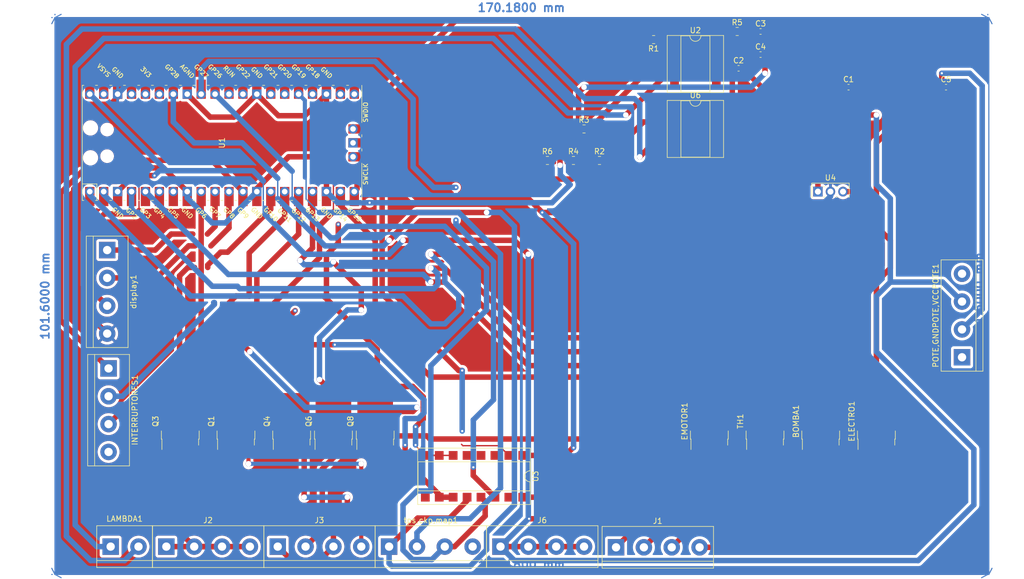
<source format=kicad_pcb>
(kicad_pcb (version 20211014) (generator pcbnew)
  (layers (0 "F.Cu" signal) (31 "B.Cu" signal) (34 "B.Paste" user) (35 "F.Paste" user) (36 "B.SilkS" user "B.Silkscreen") (37 "F.SilkS" user "F.Silkscreen") (38 "B.Mask" user) (39 "F.Mask" user) (44 "Edge.Cuts" user))
  (net 0 "")
  (net 1 "Net-(LAMBDA1-Pad1)")
  (net 2 "Earth")
  (net 3 "Net-(LAMBDA1-Pad2)")
  (net 4 "+12V")
  (net 5 "Net-(J1-Pad2)")
  (net 6 "VBUS")
  (net 7 "Net-(Q1-Pad2)")
  (net 8 "Net-(EMOTOR1-Pad3)")
  (net 9 "Net-(Q4-Pad2)")
  (net 10 "Net-(BOMBA1-Pad3)")
  (net 11 "Net-(ELECTRO1-Pad3)")
  (net 12 "Net-(J2-Pad1)")
  (net 13 "ADC2")
  (net 14 "GP019")
  (net 15 "ADC0")
  (net 17 "Net-(J3-Pad1)")
  (net 18 "Net-(R1-Pad1)")
  (net 19 "Net-(J3-Pad2)")
  (net 20 "Net-(J3-Pad3)")
  (net 21 "Net-(J3-Pad4)")
  (net 22 "gp05")
  (net 23 "Net-(C3-Pad1)")
  (net 24 "Net-(R2-Pad2)")
  (net 25 "GP07")
  (net 26 "gp16")
  (net 27 "Net-(R1-Pad2)")
  (net 28 "gp17")
  (net 29 "gp20")
  (net 30 "Net-(R2-Pad1)")
  (net 32 "Net-(C4-Pad1)")
  (net 33 "Net-(U3-Pad12)")
  (net 34 "Net-(U3-Pad13)")
  (net 36 "GND")
  (net 40 "gp21")
  (net 41 "gp04")
  (net 42 "GP06")
  (net 43 "Net-(Q6-Pad2)")
  (net 44 "Net-(Q8-Pad2)")
  (net 45 "GP02")
  (net 46 "GP03")
  (net 47 "GP00")
  (net 48 "GP014")
  (net 53 "Net-(U1-Pad29)")
  (net 54 "ADC1")
  (net 55 "Net-(U1-Pad35)")
  (net 56 "GP08")
  (net 57 "GP09")
  (net 58 "GP010")
  (footprint "Resistor_SMD:R_0805_2012Metric_Pad1.20x1.40mm_HandSolder" (layer "F.Cu") (at 127 26.88 180)
    (fp_text reference "R1")
    (fp_text value "R")
  )
  (footprint "TerminalBlock:TerminalBlock_bornier-4_P5.08mm" (layer "F.Cu") (at 99.06 119.38)
    (fp_text reference "J6")
    (fp_text value "Vsensores")
  )
  (footprint "Package_TO_SOT_SMD:ATPAK-2" (layer "F.Cu") (at 76.2 96.52 90)
    (fp_text reference "Q8")
    (fp_text value ".")
  )
  (footprint "Package_TO_SOT_SMD:ATPAK-2" (layer "F.Cu") (at 50.8 96.52 90)
    (fp_text reference "Q1")
    (fp_text value ".")
  )
  (footprint "Capacitor_SMD:C_0603_1608Metric" (layer "F.Cu") (at 142.5 32.12)
    (fp_text reference "C2")
    (fp_text value "C")
  )
  (footprint "TerminalBlock:TerminalBlock_bornier-4_P5.08mm" (layer "F.Cu") (at 58.42 119.38)
    (fp_text reference "J3")
    (fp_text value "BANCADA 1")
  )
  (footprint "Package_TO_SOT_SMD:ATPAK-2" (layer "F.Cu") (at 147.32 96.52 90)
    (fp_text reference "TH1")
    (fp_text value ".")
  )
  (footprint "TerminalBlock:TerminalBlock_bornier-4_P5.08mm" (layer "F.Cu") (at 183.261 84.836 90)
    (fp_text reference "POTE,GNDPOTE,VCCPOTE1")
    (fp_text value ".")
  )
  (footprint "Resistor_SMD:R_0805_2012Metric_Pad1.20x1.40mm_HandSolder" (layer "F.Cu") (at 112.37 48.93)
    (fp_text reference "R4")
    (fp_text value "R")
  )
  (footprint "MCU_RaspberryPi_and_Boards:RPi_Pico_SMD_TH" (layer "F.Cu") (at 48.26 45.72 90)
    (fp_text reference "U1")
    (fp_text value "Pico")
  )
  (footprint "Capacitor_SMD:C_0603_1608Metric" (layer "F.Cu") (at 162.56 35.56)
    (fp_text reference "C1")
    (fp_text value "C")
  )
  (footprint "Resistor_SMD:R_0805_2012Metric_Pad1.20x1.40mm_HandSolder" (layer "F.Cu") (at 142.24 25.4)
    (fp_text reference "R5")
    (fp_text value "R")
  )
  (footprint "TerminalBlock:TerminalBlock_bornier-4_P5.08mm" (layer "F.Cu") (at 120.142 119.507)
    (fp_text reference "J1")
    (fp_text value "ACTUADORES")
  )
  (footprint "TerminalBlock:TerminalBlock_bornier-4_P5.08mm" (layer "F.Cu") (at 38.1 119.38)
    (fp_text reference "J2")
    (fp_text value "INYECTORES")
  )
  (footprint "Package_TO_SOT_SMD:ATPAK-2" (layer "F.Cu") (at 40.64 96.52 90)
    (fp_text reference "Q3")
    (fp_text value ".")
  )
  (footprint "Capacitor_SMD:C_0603_1608Metric" (layer "F.Cu") (at 146.51 25.4)
    (fp_text reference "C3")
    (fp_text value "C")
  )
  (footprint "Package_TO_SOT_SMD:ATPAK-2" (layer "F.Cu") (at 60.96 96.52 90)
    (fp_text reference "Q4")
    (fp_text value ".")
  )
  (footprint "Capacitor_SMD:C_0603_1608Metric" (layer "F.Cu") (at 180.34 35.56)
    (fp_text reference "C5")
    (fp_text value "C")
  )
  (footprint "Resistor_SMD:R_0805_2012Metric_Pad1.20x1.40mm_HandSolder" (layer "F.Cu") (at 114.3 43.18)
    (fp_text reference "R3")
    (fp_text value "R")
  )
  (footprint "Resistor_SMD:R_0805_2012Metric_Pad1.20x1.40mm_HandSolder" (layer "F.Cu") (at 107.62 48.93)
    (fp_text reference "R6")
    (fp_text value "R")
  )
  (footprint "Package_TO_SOT_SMD:ATPAK-2" (layer "F.Cu") (at 137.16 96.52 90)
    (fp_text reference "EMOTOR1")
    (fp_text value ".")
  )
  (footprint "TerminalBlock:TerminalBlock_bornier-4_P5.08mm" (layer "F.Cu") (at 27.559 86.868 -90)
    (fp_text reference "INTERRUPTORES1")
    (fp_text value ".")
  )
  (footprint "Package_TO_SOT_SMD:ATPAK-2" (layer "F.Cu") (at 167.64 96.52 90)
    (fp_text reference "ELECTRO1")
    (fp_text value ".")
  )
  (footprint "TerminalBlock:TerminalBlock_bornier-2_P5.08mm" (layer "F.Cu") (at 27.94 119.38)
    (fp_text reference "LAMBDA1")
    (fp_text value "TEMP")
  )
  (footprint "TerminalBlock:TerminalBlock_bornier-4_P5.08mm" (layer "F.Cu") (at 27.305 65.278 -90)
    (fp_text reference "display1")
    (fp_text value ".")
  )
  (footprint "Package_DIP:DIP-8_W7.62mm_SMDSocket_SmallPads" (layer "F.Cu") (at 134.62 31.33)
    (fp_text reference "U2")
    (fp_text value "LM358")
  )
  (footprint "TerminalBlock:TerminalBlock_bornier-4_P5.08mm" (layer "F.Cu") (at 78.74 119.38)
    (fp_text reference "tps,ckp,map1")
    (fp_text value ".")
  )
  (footprint "Package_DIP:DIP-8_W7.62mm_SMDSocket_SmallPads" (layer "F.Cu") (at 134.62 43.18)
    (fp_text reference "U6")
    (fp_text value "LM358")
  )
  (footprint "Package_DIP:DIP-16_W7.62mm_SMDSocket_SmallPads" (layer "F.Cu") (at 94.234 106.553 -90)
    (fp_text reference "U3")
    (fp_text value "CD4053B")
  )
  (footprint "Capacitor_SMD:C_0603_1608Metric" (layer "F.Cu") (at 146.51 29.61)
    (fp_text reference "C4")
    (fp_text value "C")
  )
  (footprint "Package_TO_SOT_THT:SIPAK_Vertical" (layer "F.Cu") (at 156.973 54.616)
    (fp_text reference "U4")
    (fp_text value "L7805")
  )
  (footprint "Package_TO_SOT_SMD:ATPAK-2" (layer "F.Cu") (at 68.58 96.52 90)
    (fp_text reference "Q6")
    (fp_text value ".")
  )
  (footprint "Resistor_SMD:R_0805_2012Metric_Pad1.20x1.40mm_HandSolder" (layer "F.Cu") (at 117.12 48.93)
    (fp_text reference "R2")
    (fp_text value "R")
  )
  (footprint "Package_TO_SOT_SMD:ATPAK-2" (layer "F.Cu") (at 157.48 96.52 90)
    (fp_text reference "BOMBA1")
    (fp_text value ".")
  )
  (dimension (type aligned) (layer "B.Cu") (pts (xy 188.15 124.46) (xy 188.15 22.86)) (height 0) (gr_text "101,6000 mm" (at 186.35 73.66 90) (layer "B.Cu") (effects (font (size 1.5 1.5) (thickness 0.3)))) (format (units 3) (units_format 1) (precision 4)) (style (thickness 0.2) (arrow_length 1.27) (text_position_mode 0) (extension_height 0.58642) (extension_offset 0.5) keep_text_aligned))
  (dimension (type aligned) (layer "B.Cu") (pts (xy 17.78 22.86) (xy 187.96 22.86)) (height 0) (gr_text "170,1800 mm" (at 102.87 21.06) (layer "B.Cu") (effects (font (size 1.5 1.5) (thickness 0.3)))) (format (units 3) (units_format 1) (precision 4)) (style (thickness 0.2) (arrow_length 1.27) (text_position_mode 0) (extension_height 0.58642) (extension_offset 0.5) keep_text_aligned))
  (dimension (type aligned) (layer "B.Cu") (pts (xy 17.78 124.46) (xy 17.78 22.86)) (height 0) (gr_text "101,6000 mm" (at 15.98 73.66 90) (layer "B.Cu") (effects (font (size 1.5 1.5) (thickness 0.3)))) (format (units 3) (units_format 1) (precision 4)) (style (thickness 0.2) (arrow_length 1.27) (text_position_mode 0) (extension_height 0.58642) (extension_offset 0.5) keep_text_aligned))
  (dimension (type aligned) (layer "B.Cu") (pts (xy 17.78 124.46) (xy 187.96 124.46)) (height 0) (gr_text "170,1800 mm" (at 102.87 122.66) (layer "B.Cu") (effects (font (size 1.5 1.5) (thickness 0.3)))) (format (units 3) (units_format 1) (precision 4)) (style (thickness 0.2) (arrow_length 1.27) (text_position_mode 0) (extension_height 0.58642) (extension_offset 0.5) keep_text_aligned))
  (segment (start 130.81 32.6) (end 129.96 32.6) (width 0.25) (layer "F.Cu") (net 1))
  (segment (start 129.96 32.6) (end 121.92 40.64) (width 1) (layer "F.Cu") (net 1))
  (via (at 121.92 40.64) (size 1) (drill 1) (layers "F.Cu" "B.Cu") (net 1))
  (segment (start 97.79 26.67) (end 26.67 26.67) (width 1) (layer "B.Cu") (net 1))
  (segment (start 111.379 40.259) (end 97.79 26.67) (width 1) (layer "B.Cu") (net 1))
  (segment (start 118.355386 40.64) (end 117.974386 40.259) (width 1) (layer "B.Cu") (net 1))
  (segment (start 25.4 119.38) (end 27.94 119.38) (width 1) (layer "B.Cu") (net 1))
  (segment (start 26.67 26.67) (end 21.463 31.877) (width 1) (layer "B.Cu") (net 1))
  (segment (start 121.92 40.64) (end 118.355386 40.64) (width 1) (layer "B.Cu") (net 1))
  (segment (start 21.463 31.877) (end 21.463 115.443) (width 1) (layer "B.Cu") (net 1))
  (segment (start 21.463 115.443) (end 25.4 119.38) (width 1) (layer "B.Cu") (net 1))
  (segment (start 117.974386 40.259) (end 111.379 40.259) (width 1) (layer "B.Cu") (net 1))
  (segment (start 85.344 102.743) (end 83.566 100.965) (width 0.25) (layer "F.Cu") (net 2))
  (segment (start 66.929 73.787) (end 67.31 73.406) (width 1) (layer "F.Cu") (net 2))
  (segment (start 29.21 54.61) (end 33.528 50.292) (width 1) (layer "F.Cu") (net 2))
  (segment (start 163.335 35.56) (end 179.565 35.56) (width 1) (layer "F.Cu") (net 2))
  (segment (start 147.32 33.02) (end 147.32 31.115) (width 1) (layer "F.Cu") (net 2))
  (segment (start 67.31 66.167) (end 69.469 64.008) (width 1) (layer "F.Cu") (net 2))
  (segment (start 84.963 96.139) (end 84.963 92.075) (width 1) (layer "F.Cu") (net 2))
  (segment (start 179.565 33.033) (end 179.565 35.56) (width 1) (layer "F.Cu") (net 2))
  (segment (start 83.058 90.17) (end 77.089 90.17) (width 1) (layer "F.Cu") (net 2))
  (segment (start 111.37 45.11) (end 113.3 43.18) (width 1) (layer "F.Cu") (net 2))
  (segment (start 54.61 54.050978) (end 54.61 54.61) (width 1) (layer "F.Cu") (net 2))
  (segment (start 46.101 41.021) (end 41.91 36.83) (width 1) (layer "F.Cu") (net 2))
  (segment (start 54.61 54.356) (end 54.61 54.61) (width 0.25) (layer "F.Cu") (net 2))
  (segment (start 179.578 33.02) (end 179.565 33.033) (width 0.25) (layer "F.Cu") (net 2))
  (segment (start 69.469 64.008) (end 69.469 60.579) (width 1) (layer "F.Cu") (net 2))
  (segment (start 157.385 29.61) (end 147.285 29.61) (width 1) (layer "F.Cu") (net 2))
  (segment (start 77.089 90.17) (end 76.581 89.662) (width 1) (layer "F.Cu") (net 2))
  (segment (start 50.419 41.021) (end 46.101 41.021) (width 1) (layer "F.Cu") (net 2))
  (segment (start 67.31 73.406) (end 67.31 66.167) (width 1) (layer "F.Cu") (net 2))
  (segment (start 54.61 54.61) (end 60.833 48.387) (width 0.25) (layer "F.Cu") (net 2))
  (segment (start 67.31 48.26) (end 67.31 36.83) (width 1) (layer "F.Cu") (net 2))
  (segment (start 33.528 50.292) (end 37.592 50.292) (width 1) (layer "F.Cu") (net 2))
  (segment (start 147.285 25.4) (end 147.285 29.61) (width 1) (layer "F.Cu") (net 2))
  (segment (start 76.581 83.439) (end 66.929 73.787) (width 1) (layer "F.Cu") (net 2))
  (segment (start 54.61 36.83) (end 50.419 41.021) (width 1) (layer "F.Cu") (net 2))
  (segment (start 67.31 48.26) (end 60.400978 48.26) (width 1) (layer "F.Cu") (net 2))
  (segment (start 147.32 31.115) (end 147.32 29.645) (width 1) (layer "F.Cu") (net 2))
  (segment (start 163.335 35.56) (end 157.385 29.61) (width 1) (layer "F.Cu") (net 2))
  (segment (start 37.592 50.292) (end 41.91 54.61) (width 1) (layer "F.Cu") (net 2))
  (segment (start 142.73 31.115) (end 147.32 31.115) (width 1) (layer "F.Cu") (net 2))
  (segment (start 111.37 48.93) (end 111.37 45.11) (width 1) (layer "F.Cu") (net 2))
  (segment (start 67.31 54.61) (end 67.31 48.26) (width 1) (layer "F.Cu") (net 2))
  (segment (start 109.9195 49.813111) (end 109.9195 46.5605) (width 1) (layer "F.Cu") (net 2))
  (segment (start 83.566 97.536) (end 84.963 96.139) (width 1) (layer "F.Cu") (net 2))
  (segment (start 76.581 89.662) (end 76.581 83.439) (width 1) (layer "F.Cu") (net 2))
  (segment (start 84.963 92.075) (end 83.058 90.17) (width 1) (layer "F.Cu") (net 2))
  (segment (start 113.3 36.56) (end 114.3 35.56) (width 1) (layer "F.Cu") (net 2))
  (segment (start 63.373 40.767) (end 58.547 40.767) (width 1) (layer "F.Cu") (net 2))
  (segment (start 113.3 43.18) (end 113.3 36.56) (width 1) (layer "F.Cu") (net 2))
  (segment (start 58.547 40.767) (end 54.61 36.83) (width 1) (layer "F.Cu") (net 2))
  (segment (start 142.73 31.115) (end 141.725 32.12) (width 1) (layer "F.Cu") (net 2))
  (segment (start 83.566 100.965) (end 83.566 100.838) (width 0.25) (layer "F.Cu") (net 2))
  (segment (start 90.424 102.743) (end 85.344 102.743) (width 0.25) (layer "F.Cu") (net 2))
  (segment (start 85.344 102.743) (end 87.884 102.743) (width 0.25) (layer "F.Cu") (net 2))
  (segment (start 67.31 36.83) (end 63.373 40.767) (width 1) (layer "F.Cu") (net 2))
  (segment (start 60.400978 48.26) (end 54.61 54.050978) (width 1) (layer "F.Cu") (net 2))
  (segment (start 60.833 48.387) (end 61.087 48.387) (width 0.25) (layer "F.Cu") (net 2))
  (segment (start 147.32 29.645) (end 147.285 29.61) (width 1) (layer "F.Cu") (net 2))
  (segment (start 109.9195 46.5605) (end 111.37 45.11) (width 1) (layer "F.Cu") (net 2))
  (via (at 83.566 100.838) (size 0.8) (drill 0.4) (layers "F.Cu" "B.Cu") (net 2))
  (via (at 75.184 56.642) (size 0.8) (drill 0.4) (layers "F.Cu" "B.Cu") (net 2))
  (via (at 114.3 35.56) (size 1) (drill 1) (layers "F.Cu" "B.Cu") (net 2))
  (via (at 147.32 33.02) (size 1) (drill 1) (layers "F.Cu" "B.Cu") (net 2))
  (via (at 179.578 33.02) (size 0.8) (drill 0.4) (layers "F.Cu" "B.Cu") (net 2))
  (via (at 83.566 97.536) (size 0.8) (drill 0.4) (layers "F.Cu" "B.Cu") (net 2))
  (via (at 69.469 60.579) (size 0.8) (drill 0.4) (layers "F.Cu" "B.Cu") (net 2))
  (via (at 109.9195 49.813111) (size 1) (drill 1) (layers "F.Cu" "B.Cu") (net 2))
  (segment (start 69.342 56.642) (end 75.184 56.642) (width 1) (layer "B.Cu") (net 2))
  (segment (start 186.944 76.073) (end 186.944 35.306) (width 1) (layer "B.Cu") (net 2))
  (segment (start 41.91 54.61) (end 41.91 55.753) (width 1) (layer "B.Cu") (net 2))
  (segment (start 114.3 35.56) (end 144.78 35.56) (width 1) (layer "B.Cu") (net 2))
  (segment (start 109.982 51.562) (end 111.76 53.34) (width 1) (layer "B.Cu") (net 2))
  (segment (start 184.658 33.02) (end 179.578 33.02) (width 1) (layer "B.Cu") (net 2))
  (segment (start 41.91 55.753) (end 46.482 60.325) (width 1) (layer "B.Cu") (net 2))
  (segment (start 46.482 60.325) (end 48.895 60.325) (width 1) (layer "B.Cu") (net 2))
  (segment (start 183.261 79.756) (end 186.944 76.073) (width 1) (layer "B.Cu") (net 2))
  (segment (start 48.895 60.325) (end 54.61 54.61) (width 1) (layer "B.Cu") (net 2))
  (segment (start 108.458 56.642) (end 75.184 56.642) (width 1) (layer "B.Cu") (net 2))
  (segment (start 67.31 54.61) (end 69.342 56.642) (width 1) (layer "B.Cu") (net 2))
  (segment (start 111.76 53.34) (end 108.458 56.642) (width 1) (layer "B.Cu") (net 2))
  (segment (start 109.9195 49.813111) (end 109.982 49.875611) (width 1) (layer "B.Cu") (net 2))
  (segment (start 83.566 100.838) (end 83.566 97.536) (width 1) (layer "B.Cu") (net 2))
  (segment (start 109.982 49.875611) (end 109.982 51.562) (width 1) (layer "B.Cu") (net 2))
  (segment (start 186.944 35.306) (end 184.658 33.02) (width 1) (layer "B.Cu") (net 2))
  (segment (start 144.78 35.56) (end 147.32 33.02) (width 1) (layer "B.Cu") (net 2))
  (segment (start 130.81 44.45) (end 128.27 44.45) (width 1) (layer "F.Cu") (net 3))
  (segment (start 128.27 44.45) (end 124.46 48.26) (width 1) (layer "F.Cu") (net 3))
  (via (at 124.46 48.26) (size 1) (drill 1) (layers "F.Cu" "B.Cu") (net 3))
  (segment (start 30.48 121.92) (end 33.02 119.38) (width 1) (layer "B.Cu") (net 3))
  (segment (start 22.673803 24.95048) (end 19.87048 27.753803) (width 1) (layer "B.Cu") (net 3))
  (segment (start 124.46 38.608) (end 123.50248 37.65048) (width 1) (layer "B.Cu") (net 3))
  (segment (start 123.50248 37.65048) (end 119.955094 37.65048) (width 1) (layer "B.Cu") (net 3))
  (segment (start 114.486197 37.65048) (end 101.786197 24.95048) (width 1) (layer "B.Cu") (net 3))
  (segment (start 19.87048 27.753803) (end 19.87048 117.499502) (width 1) (layer "B.Cu") (net 3))
  (segment (start 101.786197 24.95048) (end 22.673803 24.95048) (width 1) (layer "B.Cu") (net 3))
  (segment (start 24.290978 121.92) (end 30.48 121.92) (width 1) (layer "B.Cu") (net 3))
  (segment (start 119.955094 37.65048) (end 114.486197 37.65048) (width 1) (layer "B.Cu") (net 3))
  (segment (start 19.87048 117.499502) (end 24.290978 121.92) (width 1) (layer "B.Cu") (net 3))
  (segment (start 124.46 48.26) (end 124.46 38.608) (width 1) (layer "B.Cu") (net 3))
  (segment (start 167.64 71.12) (end 167.64 88.9) (width 1) (layer "F.Cu") (net 4))
  (segment (start 73.9 100.87) (end 72.09 99.06) (width 1) (layer "F.Cu") (net 4))
  (segment (start 170.18 43.18) (end 167.64 45.72) (width 1) (layer "F.Cu") (net 4))
  (segment (start 64.643 99.06) (end 60.47 99.06) (width 1) (layer "F.Cu") (net 4))
  (segment (start 50.038 99.332) (end 48.5 100.87) (width 1) (layer "F.Cu") (net 4))
  (segment (start 175.26 43.18) (end 170.18 43.18) (width 1) (layer "F.Cu") (net 4))
  (segment (start 58.66 100.87) (end 57.104 99.314) (width 1) (layer "F.Cu") (net 4))
  (segment (start 167.64 60.96) (end 170.18 63.5) (width 1) (layer "F.Cu") (net 4))
  (segment (start 165.1 60.96) (end 167.64 60.96) (width 1) (layer "F.Cu") (net 4))
  (segment (start 68.09 99.06) (end 66.28 100.87) (width 1) (layer "F.Cu") (net 4))
  (segment (start 167.64 88.9) (end 170.18 88.9) (width 1) (layer "F.Cu") (net 4))
  (segment (start 50.038 99.314) (end 50.038 99.332) (width 1) (layer "F.Cu") (net 4))
  (segment (start 172.72 99.06) (end 167.15 99.06) (width 1) (layer "F.Cu") (net 4))
  (segment (start 165.1 60.96) (end 165.1 56.388) (width 1) (layer "F.Cu") (net 4))
  (segment (start 167.64 45.72) (end 167.64 60.96) (width 1) (layer "F.Cu") (net 4))
  (segment (start 167.15 99.06) (end 165.34 100.87) (width 1) (layer "F.Cu") (net 4))
  (segment (start 153.497 99.187) (end 146.703 99.187) (width 1) (layer "F.Cu") (net 4))
  (segment (start 170.18 63.5) (end 170.18 68.58) (width 1) (layer "F.Cu") (net 4))
  (segment (start 172.72 91.44) (end 172.72 99.06) (width 1) (layer "F.Cu") (net 4))
  (segment (start 156.863 99.187) (end 155.18 100.87) (width 1) (layer "F.Cu") (net 4))
  (segment (start 40.277 98.933) (end 38.34 100.87) (width 1) (layer "F.Cu") (net 4))
  (segment (start 170.18 88.9) (end 172.72 91.44) (width 1) (layer "F.Cu") (net 4))
  (segment (start 85.624022 99.187) (end 75.438 99.187) (width 1) (layer "F.Cu") (net 4))
  (segment (start 162.56 63.5) (end 165.1 60.96) (width 1) (layer "F.Cu") (net 4))
  (segment (start 60.47 99.06) (end 58.66 100.87) (width 1) (layer "F.Cu") (net 4))
  (segment (start 175.26 43.18) (end 181.115 37.325) (width 1) (layer "F.Cu") (net 4))
  (segment (start 170.18 68.58) (end 167.64 71.12) (width 1) (layer "F.Cu") (net 4))
  (segment (start 165.1 56.388) (end 163.328 54.616) (width 1) (layer "F.Cu") (net 4))
  (segment (start 145.02 100.87) (end 143.337 99.187) (width 1) (layer "F.Cu") (net 4))
  (segment (start 163.657 99.187) (end 156.863 99.187) (width 1) (layer "F.Cu") (net 4))
  (segment (start 133.735489 99.745489) (end 86.182511 99.745489) (width 1) (layer "F.Cu") (net 4))
  (segment (start 155.18 100.87) (end 153.497 99.187) (width 1) (layer "F.Cu") (net 4))
  (segment (start 163.328 54.616) (end 161.545 54.616) (width 1) (layer "F.Cu") (net 4))
  (segment (start 66.28 100.87) (end 66.28 100.697) (width 0.25) (layer "F.Cu") (net 4))
  (segment (start 86.182511 99.745489) (end 85.624022 99.187) (width 1) (layer "F.Cu") (net 4))
  (segment (start 48.5 100.87) (end 46.563 98.933) (width 1) (layer "F.Cu") (net 4))
  (segment (start 73.9 100.725) (end 73.9 100.87) (width 0.25) (layer "F.Cu") (net 4))
  (segment (start 154.94 63.5) (end 162.56 63.5) (width 1) (layer "F.Cu") (net 4))
  (segment (start 136.543 99.187) (end 134.86 100.87) (width 1) (layer "F.Cu") (net 4))
  (segment (start 66.28 100.697) (end 64.643 99.06) (width 1) (layer "F.Cu") (net 4))
  (segment (start 143.337 99.187) (end 136.543 99.187) (width 1) (layer "F.Cu") (net 4))
  (segment (start 46.563 98.933) (end 40.277 98.933) (width 1) (layer "F.Cu") (net 4))
  (segment (start 146.703 99.187) (end 145.02 100.87) (width 1) (layer "F.Cu") (net 4))
  (segment (start 165.34 100.87) (end 163.657 99.187) (width 1) (layer "F.Cu") (net 4))
  (segment (start 181.115 37.325) (end 181.115 35.56) (width 1) (layer "F.Cu") (net 4))
  (segment (start 75.438 99.187) (end 73.9 100.725) (width 1) (layer "F.Cu") (net 4))
  (segment (start 181.115 35.56) (end 180.78952 35.88548) (width 0.25) (layer "F.Cu") (net 4))
  (segment (start 72.09 99.06) (end 68.09 99.06) (width 1) (layer "F.Cu") (net 4))
  (segment (start 134.86 100.87) (end 133.735489 99.745489) (width 1) (layer "F.Cu") (net 4))
  (segment (start 57.104 99.314) (end 50.038 99.314) (width 1) (layer "F.Cu") (net 4))
  (segment (start 149.62 107.936) (end 149.62 100.87) (width 1) (layer "F.Cu") (net 5))
  (segment (start 145.288 112.268) (end 149.62 107.936) (width 1) (layer "F.Cu") (net 5))
  (segment (start 132.461 112.268) (end 145.288 112.268) (width 1) (layer "F.Cu") (net 5))
  (segment (start 125.222 119.507) (end 132.461 112.268) (width 1) (layer "F.Cu") (net 5))
  (segment (start 160.39 46.6) (end 160.39 46.62) (width 1) (layer "F.Cu") (net 6))
  (segment (start 104.14 66.04) (end 101.6 63.5) (width 1) (layer "F.Cu") (net 6))
  (segment (start 163.81 43.18) (end 160.39 46.6) (width 1) (layer "F.Cu") (net 6))
  (segment (start 106.045 110.363) (end 107.569 111.887) (width 1) (layer "F.Cu") (net 6))
  (segment (start 101.6 63.5) (end 81.28 63.5) (width 1) (layer "F.Cu") (net 6))
  (segment (start 107.569 111.887) (end 107.569 113.03) (width 1) (layer "F.Cu") (net 6))
  (segment (start 165.1 40.64) (end 165.1 43.18) (width 1) (layer "F.Cu") (net 6))
  (segment (start 160.39 46.62) (end 156.973 50.037) (width 1) (layer "F.Cu") (net 6))
  (segment (start 99.06 119.38) (end 109.22 119.38) (width 0.25) (layer "F.Cu") (net 6))
  (segment (start 146.715 35.56) (end 161.785 35.56) (width 1) (layer "F.Cu") (net 6))
  (segment (start 33.115489 52.863511) (end 33.115489 58.070511) (width 0.25) (layer "F.Cu") (net 6))
  (segment (start 34.29 51.689) (end 33.115489 52.863511) (width 1) (layer "F.Cu") (net 6))
  (segment (start 143.275 32.12) (end 146.715 35.56) (width 1) (layer "F.Cu") (net 6))
  (segment (start 165.1 40.64) (end 165.1 38.875) (width 1) (layer "F.Cu") (net 6))
  (segment (start 165.1 40.64) (end 167.64 40.64) (width 1) (layer "F.Cu") (net 6))
  (segment (start 23.495 61.976) (end 23.495 71.628) (width 1) (layer "F.Cu") (net 6))
  (segment (start 103.124 110.363) (end 106.045 110.363) (width 1) (layer "F.Cu") (net 6))
  (segment (start 107.569 113.03) (end 106.299 114.3) (width 1) (layer "F.Cu") (net 6))
  (segment (start 23.495 71.628) (end 27.305 75.438) (width 1) (layer "F.Cu") (net 6))
  (segment (start 26.797 58.674) (end 23.495 61.976) (width 1) (layer "F.Cu") (net 6))
  (segment (start 32.512 58.674) (end 26.797 58.674) (width 1) (layer "F.Cu") (net 6))
  (segment (start 35.941 51.689) (end 34.29 51.689) (width 1) (layer "F.Cu") (net 6))
  (segment (start 99.06 119.38) (end 114.3 119.38) (width 1) (layer "F.Cu") (net 6))
  (segment (start 165.1 43.18) (end 163.81 43.18) (width 1) (layer "F.Cu") (net 6))
  (segment (start 156.973 50.037) (end 156.973 54.616) (width 1) (layer "F.Cu") (net 6))
  (segment (start 165.1 38.875) (end 161.785 35.56) (width 1) (layer "F.Cu") (net 6))
  (segment (start 106.299 114.3) (end 104.267 114.3) (width 1) (layer "F.Cu") (net 6))
  (segment (start 99.06 119.38) (end 104.14 119.38) (width 0.25) (layer "F.Cu") (net 6))
  (segment (start 33.115489 58.070511) (end 32.512 58.674) (width 1) (layer "F.Cu") (net 6))
  (via (at 81.28 63.5) (size 1) (drill 1) (layers "F.Cu" "B.Cu") (net 6))
  (via (at 104.14 66.04) (size 1) (drill 1) (layers "F.Cu" "B.Cu") (net 6))
  (via (at 167.64 40.64) (size 1) (drill 1) (layers "F.Cu" "B.Cu") (net 6))
  (via (at 104.267 114.3) (size 0.8) (drill 0.4) (layers "F.Cu" "B.Cu") (net 6))
  (via (at 35.941 51.689) (size 0.8) (drill 0.4) (layers "F.Cu" "B.Cu") (net 6))
  (segment (start 99.06 119.38) (end 101.6 121.92) (width 1) (layer "B.Cu") (net 6))
  (segment (start 56.134 58.801) (end 56.134 57.658) (width 1) (layer "B.Cu") (net 6))
  (segment (start 167.64 40.64) (end 167.64 53.34) (width 1) (layer "B.Cu") (net 6))
  (segment (start 104.14 66.04) (end 104.14 114.3) (width 1) (layer "B.Cu") (net 6))
  (segment (start 179.705 71.12) (end 170.18 71.12) (width 1) (layer "B.Cu") (net 6))
  (segment (start 183.261 74.676) (end 179.705 71.12) (width 1) (layer "B.Cu") (net 6))
  (segment (start 38.1 50.8) (end 53.899022 50.8) (width 1) (layer "B.Cu") (net 6))
  (segment (start 81.28 63.5) (end 78.74 66.04) (width 1) (layer "B.Cu") (net 6))
  (segment (start 185.42 111.76) (end 185.42 101.6) (width 1) (layer "B.Cu") (net 6))
  (segment (start 175.26 121.92) (end 185.42 111.76) (width 1) (layer "B.Cu") (net 6))
  (segment (start 24.13 36.83) (end 38.1 50.8) (width 1) (layer "B.Cu") (net 6))
  (segment (start 63.373 66.04) (end 56.134 58.801) (width 1) (layer "B.Cu") (net 6))
  (segment (start 78.74 66.04) (end 63.373 66.04) (width 1) (layer "B.Cu") (net 6))
  (segment (start 167.64 73.66) (end 170.18 71.12) (width 1) (layer "B.Cu") (net 6))
  (segment (start 185.42 101.6) (end 167.64 83.82) (width 1) (layer "B.Cu") (net 6))
  (segment (start 167.64 83.82) (end 167.64 73.66) (width 1) (layer "B.Cu") (net 6))
  (segment (start 55.784511 57.308511) (end 56.134 57.658) (width 0.25) (layer "B.Cu") (net 6))
  (segment (start 170.18 71.12) (end 170.18 55.88) (width 1) (layer "B.Cu") (net 6))
  (segment (start 38.1 50.8) (end 36.83 50.8) (width 1) (layer "B.Cu") (net 6))
  (segment (start 36.83 50.8) (end 35.941 51.689) (width 1) (layer "B.Cu") (net 6))
  (segment (start 101.6 121.92) (end 175.26 121.92) (width 1) (layer "B.Cu") (net 6))
  (segment (start 104.14 114.3) (end 99.06 119.38) (width 1) (layer "B.Cu") (net 6))
  (segment (start 170.18 55.88) (end 167.64 53.34) (width 1) (layer "B.Cu") (net 6))
  (segment (start 53.899022 50.8) (end 55.784511 52.685489) (width 1) (layer "B.Cu") (net 6))
  (segment (start 55.784511 52.685489) (end 55.784511 57.308511) (width 0.25) (layer "B.Cu") (net 6))
  (segment (start 53.339641 73.660359) (end 53.213359 73.660359) (width 1) (layer "F.Cu") (net 7))
  (segment (start 53.213359 73.660359) (end 53.213359 65.785641) (width 1) (layer "F.Cu") (net 7))
  (segment (start 53.34 73.66) (end 53.339641 73.660359) (width 1) (layer "F.Cu") (net 7))
  (segment (start 50.8 94.72) (end 50.8 93.98) (width 0.25) (layer "F.Cu") (net 7))
  (segment (start 53.213359 65.785641) (end 59.69 59.309) (width 1) (layer "F.Cu") (net 7))
  (segment (start 46.855009 77.605709) (end 50.800359 73.660359) (width 1) (layer "F.Cu") (net 7))
  (segment (start 53.213359 73.660359) (end 50.800359 73.660359) (width 1) (layer "F.Cu") (net 7))
  (segment (start 46.855009 90.035009) (end 46.855009 77.605709) (width 1) (layer "F.Cu") (net 7))
  (segment (start 59.69 59.309) (end 59.69 54.61) (width 1) (layer "F.Cu") (net 7))
  (segment (start 50.8 93.98) (end 46.855009 90.035009) (width 1) (layer "F.Cu") (net 7))
  (segment (start 137.414 109.601) (end 139.46 107.555) (width 1) (layer "F.Cu") (net 8))
  (segment (start 139.46 107.555) (end 139.46 100.87) (width 1) (layer "F.Cu") (net 8))
  (segment (start 130.048 109.601) (end 137.414 109.601) (width 1) (layer "F.Cu") (net 8))
  (segment (start 120.142 119.507) (end 130.048 109.601) (width 1) (layer "F.Cu") (net 8))
  (segment (start 54.61 74.93) (end 53.34 76.2) (width 1) (layer "F.Cu") (net 9))
  (segment (start 53.34 76.2) (end 53.213 76.2) (width 1) (layer "F.Cu") (net 9))
  (segment (start 62.23 62.357) (end 62.23 54.61) (width 1) (layer "F.Cu") (net 9))
  (segment (start 54.61 69.977) (end 54.61 74.93) (width 1) (layer "F.Cu") (net 9))
  (segment (start 49.657 79.756) (end 49.657 83.693) (width 1) (layer "F.Cu") (net 9))
  (segment (start 53.213 76.2) (end 49.657 79.756) (width 1) (layer "F.Cu") (net 9))
  (segment (start 60.684 94.72) (end 60.96 94.72) (width 1) (layer "F.Cu") (net 9))
  (segment (start 62.23 62.357) (end 54.61 69.977) (width 1) (layer "F.Cu") (net 9))
  (segment (start 49.657 83.693) (end 60.684 94.72) (width 1) (layer "F.Cu") (net 9))
  (segment (start 130.302 119.507) (end 134.493 115.316) (width 1) (layer "F.Cu") (net 10))
  (segment (start 159.004 115.316) (end 159.78 114.54) (width 1) (layer "F.Cu") (net 10))
  (segment (start 159.78 114.54) (end 159.78 100.87) (width 1) (layer "F.Cu") (net 10))
  (segment (start 134.493 115.316) (end 159.004 115.316) (width 1) (layer "F.Cu") (net 10))
  (segment (start 135.382 119.507) (end 168.402 119.507) (width 1) (layer "F.Cu") (net 11))
  (segment (start 169.94 117.969) (end 169.94 100.87) (width 1) (layer "F.Cu") (net 11))
  (segment (start 168.402 119.507) (end 169.94 117.969) (width 1) (layer "F.Cu") (net 11))
  (segment (start 41.47248 102.33752) (end 42.94 100.87) (width 1) (layer "F.Cu") (net 12))
  (segment (start 38.1 119.38) (end 53.34 119.38) (width 1) (layer "F.Cu") (net 12))
  (segment (start 41.47248 117.67248) (end 41.47248 102.33752) (width 1) (layer "F.Cu") (net 12))
  (segment (start 43.18 119.38) (end 41.47248 117.67248) (width 1) (layer "F.Cu") (net 12))
  (segment (start 43.18 119.38) (end 48.26 119.38) (width 1) (layer "F.Cu") (net 12))
  (segment (start 66.04 58.42) (end 63.595489 55.975489) (width 0.25) (layer "B.Cu") (net 14))
  (segment (start 63.595489 55.975489) (end 63.595489 52.292489) (width 0.25) (layer "B.Cu") (net 14))
  (segment (start 99.06 108.712) (end 93.472 114.3) (width 1) (layer "B.Cu") (net 14))
  (segment (start 93.472 114.3) (end 86.36 114.3) (width 1) (layer "B.Cu") (net 14))
  (segment (start 83.82 116.84) (end 83.82 119.38) (width 1) (layer "B.Cu") (net 14))
  (segment (start 91.44 58.42) (end 66.04 58.42) (width 1) (layer "B.Cu") (net 14))
  (segment (start 63.595489 52.292489) (end 63.373 52.07) (width 0.25) (layer "B.Cu") (net 14))
  (segment (start 99.06 66.04) (end 91.44 58.42) (width 1) (layer "B.Cu") (net 14))
  (segment (start 99.06 108.712) (end 99.06 66.04) (width 1) (layer "B.Cu") (net 14))
  (segment (start 62.23 36.83) (end 63.373 37.973) (width 0.75) (layer "B.Cu") (net 14))
  (segment (start 63.373 37.973) (end 63.373 52.07) (width 0.75) (layer "B.Cu") (net 14))
  (segment (start 86.36 114.3) (end 83.82 116.84) (width 1) (layer "B.Cu") (net 14))
  (segment (start 75.692 123.952) (end 62.992 123.952) (width 1) (layer "F.Cu") (net 17))
  (segment (start 76.073 123.571) (end 76.2 123.444) (width 0.25) (layer "F.Cu") (net 17))
  (segment (start 76.073 123.571) (end 75.692 123.952) (width 1) (layer "F.Cu") (net 17))
  (segment (start 76.2 123.444) (end 76.2 103.17) (width 1) (layer "F.Cu") (net 17))
  (segment (start 62.992 123.952) (end 58.42 119.38) (width 1) (layer "F.Cu") (net 17))
  (segment (start 76.2 103.17) (end 78.5 100.87) (width 1) (layer "F.Cu") (net 17))
  (segment (start 132.93 25.4) (end 130.81 27.52) (width 1) (layer "F.Cu") (net 18))
  (segment (start 141.24 25.4) (end 132.93 25.4) (width 1) (layer "F.Cu") (net 18))
  (segment (start 130.81 27.52) (end 128.64 27.52) (width 1) (layer "F.Cu") (net 18))
  (segment (start 128.64 27.52) (end 128 26.88) (width 1) (layer "F.Cu") (net 18))
  (segment (start 66.548 105.202) (end 66.548 116.332) (width 1) (layer "F.Cu") (net 19))
  (segment (start 66.548 116.332) (end 63.5 119.38) (width 1) (layer "F.Cu") (net 19))
  (segment (start 66.548 105.202) (end 70.88 100.87) (width 1) (layer "F.Cu") (net 19))
  (segment (start 68.58 115.824) (end 71.12 113.284) (width 1) (layer "F.Cu") (net 20))
  (segment (start 71.12 113.284) (end 71.12 110.363) (width 1) (layer "F.Cu") (net 20))
  (segment (start 63.246 110.363) (end 63.246 100.884) (width 1) (layer "F.Cu") (net 20))
  (segment (start 66.802 121.158) (end 68.58 119.38) (width 1) (layer "F.Cu") (net 20))
  (segment (start 68.58 119.38) (end 68.58 115.824) (width 1) (layer "F.Cu") (net 20))
  (segment (start 63.246 100.884) (end 63.26 100.87) (width 1) (layer "F.Cu") (net 20))
  (via (at 63.246 110.363) (size 1) (drill 1) (layers "F.Cu" "B.Cu") (net 20))
  (via (at 71.12 110.363) (size 1) (drill 1) (layers "F.Cu" "B.Cu") (net 20))
  (segment (start 71.12 110.363) (end 63.246 110.363) (width 1) (layer "B.Cu") (net 20))
  (segment (start 53.086 104.267) (end 53.086 100.884) (width 0.75) (layer "F.Cu") (net 21))
  (segment (start 73.66 119.38) (end 73.66 104.267) (width 0.75) (layer "F.Cu") (net 21))
  (segment (start 53.086 100.884) (end 53.1 100.87) (width 0.75) (layer "F.Cu") (net 21))
  (via (at 53.086 104.267) (size 1) (drill 1) (layers "F.Cu" "B.Cu") (net 21))
  (via (at 73.66 104.267) (size 1) (drill 1) (layers "F.Cu" "B.Cu") (net 21))
  (segment (start 73.66 104.267) (end 53.086 104.267) (width 0.75) (layer "B.Cu") (net 21))
  (segment (start 91.44 87.249) (end 92.075 87.249) (width 1) (layer "F.Cu") (net 23))
  (segment (start 100.584 102.743) (end 99.187 101.346) (width 0.25) (layer "F.Cu") (net 23))
  (segment (start 143.24 25.4) (end 141.335 23.495) (width 1) (layer "F.Cu") (net 23))
  (segment (start 99.187 101.346) (end 99.187 100.965) (width 0.25) (layer "F.Cu") (net 23))
  (segment (start 99.187 100.965) (end 92.202 100.965) (width 0.25) (layer "F.Cu") (net 23))
  (segment (start 90.805 23.495) (end 78.867 35.433) (width 1) (layer "F.Cu") (net 23))
  (segment (start 78.867 35.433) (end 78.867 42.799) (width 1) (layer "F.Cu") (net 23))
  (segment (start 77.47 73.279) (end 91.44 87.249) (width 1) (layer "F.Cu") (net 23))
  (segment (start 143.24 25.4) (end 145.735 25.4) (width 1) (layer "F.Cu") (net 23))
  (segment (start 78.867 42.799) (end 77.47 44.196) (width 1) (layer "F.Cu") (net 23))
  (segment (start 141.335 23.495) (end 90.805 23.495) (width 1) (layer "F.Cu") (net 23))
  (segment (start 92.202 100.965) (end 91.948 100.711) (width 0.25) (layer "F.Cu") (net 23))
  (segment (start 77.47 44.196) (end 77.47 73.279) (width 1) (layer "F.Cu") (net 23))
  (via (at 92.075 87.249) (size 0.8) (drill 0.4) (layers "F.Cu" "B.Cu") (net 23))
  (via (at 92.075 98.298) (size 0.8) (drill 0.4) (layers "F.Cu" "B.Cu") (net 23))
  (segment (start 92.075 87.249) (end 92.075 98.298) (width 1) (layer "B.Cu") (net 23))
  (segment (start 113.37 48.93) (end 115.437 46.863) (width 1) (layer "F.Cu") (net 24))
  (segment (start 115.437 46.863) (end 116.053 46.863) (width 1) (layer "F.Cu") (net 24))
  (segment (start 125.14 41.91) (end 130.81 41.91) (width 1) (layer "F.Cu") (net 24))
  (segment (start 116.053 46.863) (end 118.12 48.93) (width 1) (layer "F.Cu") (net 24))
  (segment (start 118.12 48.93) (end 125.14 41.91) (width 1) (layer "F.Cu") (net 24))
  (segment (start 45.593 62.357) (end 45.339 62.357) (width 0.25) (layer "F.Cu") (net 25))
  (segment (start 46.99 60.96) (end 45.593 62.357) (width 1) (layer "F.Cu") (net 25))
  (segment (start 38.989 62.357) (end 42.926 62.357) (width 1) (layer "F.Cu") (net 25))
  (segment (start 27.305 65.278) (end 36.068 65.278) (width 1) (layer "F.Cu") (net 25))
  (segment (start 36.068 65.278) (end 38.989 62.357) (width 1) (layer "F.Cu") (net 25))
  (segment (start 46.99 54.61) (end 46.99 60.96) (width 1) (layer "F.Cu") (net 25))
  (segment (start 128.42 30.06) (end 130.81 30.06) (width 1) (layer "F.Cu") (net 27))
  (segment (start 126 27.64) (end 128.42 30.06) (width 1) (layer "F.Cu") (net 27))
  (segment (start 126 26.88) (end 126 27.64) (width 0.25) (layer "F.Cu") (net 27))
  (segment (start 115.3 43.18) (end 128.42 30.06) (width 1) (layer "F.Cu") (net 27))
  (segment (start 132.08 53.34) (end 119.38 53.34) (width 1) (layer "F.Cu") (net 30))
  (segment (start 106.62 52.257) (end 106.62 48.93) (width 1) (layer "F.Cu") (net 30))
  (segment (start 106.553 52.324) (end 106.62 52.257) (width 0.25) (layer "F.Cu") (net 30))
  (segment (start 134.62 50.8) (end 132.08 53.34) (width 1) (layer "F.Cu") (net 30))
  (segment (start 112.118824 52.324) (end 115.462824 48.98) (width 1) (layer "F.Cu") (net 30))
  (segment (start 116.12 50.08) (end 116.12 48.93) (width 1) (layer "F.Cu") (net 30))
  (segment (start 106.553 52.324) (end 112.118824 52.324) (width 1) (layer "F.Cu") (net 30))
  (segment (start 116.12 48.98) (end 116.12 48.93) (width 0.25) (layer "F.Cu") (net 30))
  (segment (start 130.81 39.37) (end 134.62 43.18) (width 1) (layer "F.Cu") (net 30))
  (segment (start 119.38 53.34) (end 116.12 50.08) (width 1) (layer "F.Cu") (net 30))
  (segment (start 115.462824 48.98) (end 116.12 48.98) (width 1) (layer "F.Cu") (net 30))
  (segment (start 134.62 43.18) (end 134.62 50.8) (width 1) (layer "F.Cu") (net 30))
  (segment (start 137.16 58.42) (end 106.68 58.42) (width 1) (layer "F.Cu") (net 32))
  (segment (start 141.078 29.61) (end 140.017431 30.670569) (width 1) (layer "F.Cu") (net 32))
  (segment (start 103.124 102.743) (end 110.871 102.743) (width 1) (layer "F.Cu") (net 32))
  (segment (start 104.14 43.18) (end 101.6 45.72) (width 1) (layer "F.Cu") (net 32))
  (segment (start 83.82 55.88) (end 82.55 54.61) (width 1) (layer "F.Cu") (net 32))
  (segment (start 140.017431 30.670569) (end 140.017431 32.575431) (width 1) (layer "F.Cu") (net 32))
  (segment (start 106.68 58.42) (end 104.14 55.88) (width 0.25) (layer "F.Cu") (net 32))
  (segment (start 108.4755 44.9755) (end 106.68 43.18) (width 1) (layer "F.Cu") (net 32))
  (segment (start 108.62 48.93) (end 108.4755 48.7855) (width 1) (layer "F.Cu") (net 32))
  (segment (start 104.14 55.88) (end 83.82 55.88) (width 1) (layer "F.Cu") (net 32))
  (segment (start 103.9955 55.7355) (end 106.68 58.42) (width 1) (layer "F.Cu") (net 32))
  (segment (start 101.6 53.34) (end 104.14 55.88) (width 1) (layer "F.Cu") (net 32))
  (segment (start 140.017431 32.575431) (end 141.351 33.909) (width 1) (layer "F.Cu") (net 32))
  (segment (start 108.4755 48.7855) (end 108.4755 44.9755) (width 1) (layer "F.Cu") (net 32))
  (segment (start 106.68 43.18) (end 104.14 43.18) (width 1) (layer "F.Cu") (net 32))
  (segment (start 145.735 29.61) (end 141.078 29.61) (width 1) (layer "F.Cu") (net 32))
  (segment (start 141.351 54.229) (end 137.16 58.42) (width 1) (layer "F.Cu") (net 32))
  (segment (start 141.351 33.909) (end 141.351 54.229) (width 1) (layer "F.Cu") (net 32))
  (segment (start 110.871 102.743) (end 112.395 101.219) (width 1) (layer "F.Cu") (net 32))
  (segment (start 101.6 45.72) (end 101.6 53.34) (width 1) (layer "F.Cu") (net 32))
  (via (at 112.395 101.346) (size 0.8) (drill 0.4) (layers "F.Cu" "B.Cu") (net 32))
  (via (at 106.68 58.42) (size 0.8) (drill 0.4) (layers "F.Cu" "B.Cu") (net 32))
  (segment (start 112.395 64.135) (end 112.395 101.346) (width 1) (layer "B.Cu") (net 32))
  (segment (start 106.68 58.42) (end 112.395 64.135) (width 1) (layer "B.Cu") (net 32))
  (segment (start 92.964 110.998) (end 92.964 110.363) (width 0.25) (layer "F.Cu") (net 33))
  (segment (start 83.82 58.42) (end 96.52 58.42) (width 1) (layer "F.Cu") (net 33))
  (segment (start 78.74 63.5) (end 83.82 58.42) (width 1) (layer "F.Cu") (net 33))
  (segment (start 83.947 114.173) (end 89.789 114.173) (width 1) (layer "F.Cu") (net 33))
  (segment (start 78.74 119.38) (end 83.947 114.173) (width 1) (layer "F.Cu") (net 33))
  (segment (start 89.789 114.173) (end 92.964 110.998) (width 1) (layer "F.Cu") (net 33))
  (via (at 96.52 58.42) (size 1) (drill 1) (layers "F.Cu" "B.Cu") (net 33))
  (via (at 78.74 63.5) (size 1) (drill 1) (layers "F.Cu" "B.Cu") (net 33))
  (segment (start 58.42 52.197) (end 51.943 45.72) (width 1) (layer "B.Cu") (net 33))
  (segment (start 39.37 41.91) (end 39.37 36.83) (width 1) (layer "B.Cu") (net 33))
  (segment (start 43.18 45.72) (end 39.37 41.91) (width 1) (layer "B.Cu") (net 33))
  (segment (start 101.6 111.76) (end 101.6 60.96) (width 1) (layer "B.Cu") (net 33))
  (segment (start 58.42 52.197) (end 58.42 55.88) (width 0.25) (layer "B.Cu") (net 33))
  (segment (start 78.74 122.428) (end 79.248 122.936) (width 1) (layer "B.Cu") (net 33))
  (segment (start 79.248 122.936) (end 93.534579 122.936) (width 1) (layer "B.Cu") (net 33))
  (segment (start 96.52 119.950579) (end 96.52 116.84) (width 1) (layer "B.Cu") (net 33))
  (segment (start 67.056 64.516) (end 77.724 64.516) (width 1) (layer "B.Cu") (net 33))
  (segment (start 99.06 58.42) (end 96.52 58.42) (width 1) (layer "B.Cu") (net 33))
  (segment (start 78.74 119.38) (end 78.74 122.428) (width 1) (layer "B.Cu") (net 33))
  (segment (start 93.534579 122.936) (end 96.52 119.950579) (width 1) (layer "B.Cu") (net 33))
  (segment (start 51.943 45.72) (end 43.18 45.72) (width 1) (layer "B.Cu") (net 33))
  (segment (start 77.724 64.516) (end 78.74 63.5) (width 1) (layer "B.Cu") (net 33))
  (segment (start 58.42 55.88) (end 67.056 64.516) (width 1) (layer "B.Cu") (net 33))
  (segment (start 96.52 116.84) (end 101.6 111.76) (width 1) (layer "B.Cu") (net 33))
  (segment (start 101.6 60.96) (end 99.06 58.42) (width 1) (layer "B.Cu") (net 33))
  (segment (start 95.504 110.363) (end 96.266 111.125) (width 1) (layer "F.Cu") (net 34))
  (segment (start 90.678 119.38) (end 88.9 119.38) (width 1) (layer "F.Cu") (net 34))
  (segment (start 96.266 113.792) (end 90.678 119.38) (width 1) (layer "F.Cu") (net 34))
  (segment (start 96.266 111.125) (end 96.266 113.792) (width 1) (layer "F.Cu") (net 34))
  (segment (start 96.52 76.2) (end 86.36 86.36) (width 1) (layer "B.Cu") (net 34))
  (segment (start 86.54352 121.73648) (end 88.9 119.38) (width 1) (layer "B.Cu") (net 34))
  (segment (start 86.36 109.22) (end 83.82 109.22) (width 1) (layer "B.Cu") (net 34))
  (segment (start 86.36 86.36) (end 86.36 109.22) (width 1) (layer "B.Cu") (net 34))
  (segment (start 81.28 120.015) (end 83.00148 121.73648) (width 1) (layer "B.Cu") (net 34))
  (segment (start 68.13048 63.05048) (end 69.02952 63.05048) (width 1) (layer "B.Cu") (net 34))
  (segment (start 96.52 68.58) (end 96.52 76.2) (width 1) (layer "B.Cu") (net 34))
  (segment (start 71.12 60.96) (end 88.9 60.96) (width 1) (layer "B.Cu") (net 34))
  (segment (start 46.99 36.83) (end 61.055489 50.895489) (width 1) (layer "B.Cu") (net 34))
  (segment (start 88.9 60.96) (end 96.52 68.58) (width 1) (layer "B.Cu") (net 34))
  (segment (start 69.02952 63.05048) (end 71.12 60.96) (width 1) (layer "B.Cu") (net 34))
  (segment (start 81.28 111.76) (end 81.28 120.015) (width 1) (layer "B.Cu") (net 34))
  (segment (start 61.055489 50.895489) (end 61.055489 55.975489) (width 0.25) (layer "B.Cu") (net 34))
  (segment (start 83.00148 121.73648) (end 86.54352 121.73648) (width 1) (layer "B.Cu") (net 34))
  (segment (start 83.82 109.22) (end 81.28 111.76) (width 1) (layer "B.Cu") (net 34))
  (segment (start 61.055489 55.975489) (end 68.13048 63.05048) (width 1) (layer "B.Cu") (net 34))
  (segment (start 29.21 37.389022) (end 26.340022 40.259) (width 1) (layer "F.Cu") (net 36))
  (segment (start 21.209 74.422) (end 21.209 54.102) (width 1) (layer "F.Cu") (net 36))
  (segment (start 29.21 36.83) (end 29.21 37.389022) (width 1) (layer "F.Cu") (net 36))
  (segment (start 27.305 80.518) (end 21.209 74.422) (width 1) (layer "F.Cu") (net 36))
  (segment (start 20.828 40.259) (end 20.828 51.054) (width 1) (layer "F.Cu") (net 36))
  (segment (start 26.340022 40.259) (end 20.828 40.259) (width 1) (layer "F.Cu") (net 36))
  (segment (start 36.38452 29.65548) (end 29.21 36.83) (width 1) (layer "B.Cu") (net 36))
  (segment (start 85.53548 29.65548) (end 36.38452 29.65548) (width 1) (layer "B.Cu") (net 36))
  (segment (start 148.705272 66.04) (end 134.62 66.04) (width 1) (layer "B.Cu") (net 36))
  (segment (start 96.52 40.64) (end 85.53548 29.65548) (width 1) (layer "B.Cu") (net 36))
  (segment (start 109.22 40.64) (end 96.52 40.64) (width 1) (layer "B.Cu") (net 36))
  (segment (start 159.259 55.486272) (end 148.705272 66.04) (width 1) (layer "B.Cu") (net 36))
  (segment (start 159.259 54.616) (end 159.259 55.486272) (width 1) (layer "B.Cu") (net 36))
  (segment (start 134.62 66.04) (end 109.22 40.64) (width 1) (layer "B.Cu") (net 36))
  (segment (start 44.45 90.91) (end 44.45 54.61) (width 1) (layer "F.Cu") (net 42))
  (segment (start 40.64 94.72) (end 44.45 90.91) (width 1) (layer "F.Cu") (net 42))
  (segment (start 73.66 72.565978) (end 68.58 67.485978) (width 1) (layer "F.Cu") (net 43))
  (segment (start 64.77 54.61) (end 64.77 64.897) (width 1) (layer "F.Cu") (net 43))
  (segment (start 68.58 91.44) (end 66.04 88.9) (width 1) (layer "F.Cu") (net 43))
  (segment (start 73.66 76.2) (end 73.66 72.565978) (width 1) (layer "F.Cu") (net 43))
  (segment (start 68.58 94.72) (end 68.58 91.44) (width 0.25) (layer "F.Cu") (net 43))
  (segment (start 64.77 64.897) (end 62.484 67.183) (width 1) (layer "F.Cu") (net 43))
  (via (at 68.58 67.437) (size 1) (drill 1) (layers "F.Cu" "B.Cu") (net 43))
  (via (at 62.484 67.183) (size 1) (drill 1) (layers "F.Cu" "B.Cu") (net 43))
  (via (at 66.04 88.9) (size 1) (drill 1) (layers "F.Cu" "B.Cu") (net 43))
  (via (at 73.66 76.2) (size 1) (drill 1) (layers "F.Cu" "B.Cu") (net 43))
  (segment (start 63.246 67.945) (end 68.072 67.945) (width 1) (layer "B.Cu") (net 43))
  (segment (start 62.484 67.183) (end 63.246 67.945) (width 1) (layer "B.Cu") (net 43))
  (segment (start 68.072 67.945) (end 68.58 67.437) (width 1) (layer "B.Cu") (net 43))
  (segment (start 66.04 81.28) (end 71.12 76.2) (width 1) (layer "B.Cu") (net 43))
  (segment (start 66.04 88.9) (end 66.04 81.28) (width 1) (layer "B.Cu") (net 43))
  (segment (start 71.12 76.2) (end 73.66 76.2) (width 1) (layer "B.Cu") (net 43))
  (segment (start 72.517 51.943) (end 72.898 52.324) (width 1) (layer "F.Cu") (net 44))
  (segment (start 83.08 94.72) (end 83.82 93.98) (width 1) (layer "F.Cu") (net 44))
  (segment (start 66.04 66.675) (end 66.04 60.833) (width 1) (layer "F.Cu") (net 44))
  (segment (start 72.898 54.102) (end 72.39 54.61) (width 0.25) (layer "F.Cu") (net 44))
  (segment (start 52.07 80.645) (end 66.04 66.675) (width 1) (layer "F.Cu") (net 44))
  (segment (start 72.898 52.324) (end 72.898 54.102) (width 1) (layer "F.Cu") (net 44))
  (segment (start 68.58 58.293) (end 68.58 51.943) (width 0.25) (layer "F.Cu") (net 44))
  (segment (start 68.58 51.943) (end 72.517 51.943) (width 1) (layer "F.Cu") (net 44))
  (segment (start 76.2 94.72) (end 83.08 94.72) (width 1) (layer "F.Cu") (net 44))
  (segment (start 53.34 83.82) (end 52.07 82.55) (width 1) (layer "F.Cu") (net 44))
  (segment (start 52.07 82.55) (end 52.07 80.645) (width 1) (layer "F.Cu") (net 44))
  (segment (start 66.04 60.833) (end 68.58 58.293) (width 1) (layer "F.Cu") (net 44))
  (via (at 53.34 83.82) (size 1) (drill 1) (layers "F.Cu" "B.Cu") (net 44))
  (via (at 83.82 93.98) (size 1) (drill 1) (layers "F.Cu" "B.Cu") (net 44))
  (segment (start 63.5 93.98) (end 53.34 83.82) (width 1) (layer "B.Cu") (net 44))
  (segment (start 83.82 93.98) (end 63.5 93.98) (width 1) (layer "B.Cu") (net 44))
  (segment (start 151.66 88.9) (end 144.78 88.9) (width 1) (layer "F.Cu") (net 45))
  (segment (start 139.7 83.82) (end 104.14 83.82) (width 1) (layer "F.Cu") (net 45))
  (segment (start 144.78 88.9) (end 139.7 83.82) (width 1) (layer "F.Cu") (net 45))
  (segment (start 157.48 94.72) (end 151.66 88.9) (width 1) (layer "F.Cu") (net 45))
  (segment (start 88.9 68.58) (end 86.36 68.58) (width 1) (layer "F.Cu") (net 45))
  (segment (start 104.14 83.82) (end 88.9 68.58) (width 1) (layer "F.Cu") (net 45))
  (via (at 86.36 68.58) (size 1) (drill 1) (layers "F.Cu" "B.Cu") (net 45))
  (segment (start 26.67 55.169022) (end 29.920978 58.42) (width 1) (layer "B.Cu") (net 45))
  (segment (start 46.736 74.85952) (end 46.863 74.85952) (width 1) (layer "B.Cu") (net 45))
  (segment (start 46.444511 71.844511) (end 46.482 71.882) (width 0.25) (layer "B.Cu") (net 45))
  (segment (start 27.559 91.948) (end 30.099 91.948) (width 1) (layer "B.Cu") (net 45))
  (segment (start 86.614 68.58) (end 86.36 68.58) (width 1) (layer "B.Cu") (net 45))
  (segment (start 32.385 58.42) (end 31.75 57.785) (width 1) (layer "B.Cu") (net 45))
  (segment (start 46.698511 72.098511) (end 46.444511 71.844511) (width 0.25) (layer "B.Cu") (net 45))
  (segment (start 46.444511 71.844511) (end 33.02 58.42) (width 1) (layer "B.Cu") (net 45))
  (segment (start 31.75 57.785) (end 31.75 54.61) (width 1) (layer "B.Cu") (net 45))
  (segment (start 30.099 91.948) (end 46.863 75.184) (width 1) (layer "B.Cu") (net 45))
  (segment (start 87.63 71.546378) (end 87.63 69.596) (width 1) (layer "B.Cu") (net 45))
  (segment (start 51.054 71.882) (end 51.49152 72.31952) (width 1) (layer "B.Cu") (net 45))
  (segment (start 29.920978 58.42) (end 32.385 58.42) (width 1) (layer "B.Cu") (net 45))
  (segment (start 51.49152 72.31952) (end 86.856858 72.31952) (width 1) (layer "B.Cu") (net 45))
  (segment (start 46.863 75.184) (end 46.863 74.85952) (width 1) (layer "B.Cu") (net 45))
  (segment (start 46.482 71.882) (end 51.054 71.882) (width 1) (layer "B.Cu") (net 45))
  (segment (start 32.385 58.42) (end 33.02 58.42) (width 1) (layer "B.Cu") (net 45))
  (segment (start 26.67 54.61) (end 26.67 55.169022) (width 1) (layer "B.Cu") (net 45))
  (segment (start 86.856858 72.31952) (end 87.63 71.546378) (width 1) (layer "B.Cu") (net 45))
  (segment (start 87.63 69.596) (end 86.614 68.58) (width 1) (layer "B.Cu") (net 45))
  (segment (start 104.14 86.36) (end 88.9 71.12) (width 1) (layer "F.Cu") (net 46))
  (segment (start 138.96 86.36) (end 104.14 86.36) (width 1) (layer "F.Cu") (net 46))
  (segment (start 147.32 94.72) (end 138.96 86.36) (width 1) (layer "F.Cu") (net 46))
  (segment (start 88.9 71.12) (end 86.36 71.12) (width 1) (layer "F.Cu") (net 46))
  (via (at 86.36 71.12) (size 1) (drill 1) (layers "F.Cu" "B.Cu") (net 46))
  (segment (start 84.963 69.723) (end 49.403 69.723) (width 1) (layer "B.Cu") (net 46))
  (segment (start 49.403 69.723) (end 34.29 54.61) (width 1) (layer "B.Cu") (net 46))
  (segment (start 86.36 71.12) (end 84.963 69.723) (width 1) (layer "B.Cu") (net 46))
  (segment (start 142.24 81.28) (end 104.14 81.28) (width 1) (layer "F.Cu") (net 47))
  (segment (start 88.9 66.04) (end 86.36 66.04) (width 1) (layer "F.Cu") (net 47))
  (segment (start 152.4 86.36) (end 147.32 86.36) (width 1) (layer "F.Cu") (net 47))
  (segment (start 167.64 94.72) (end 161.82 88.9) (width 1) (layer "F.Cu") (net 47))
  (segment (start 147.32 86.36) (end 142.24 81.28) (width 1) (layer "F.Cu") (net 47))
  (segment (start 161.82 88.9) (end 154.94 88.9) (width 1) (layer "F.Cu") (net 47))
  (segment (start 104.14 81.28) (end 88.9 66.04) (width 1) (layer "F.Cu") (net 47))
  (segment (start 154.94 88.9) (end 152.4 86.36) (width 1) (layer "F.Cu") (net 47))
  (via (at 86.36 66.04) (size 1) (drill 1) (layers "F.Cu" "B.Cu") (net 47))
  (segment (start 24.13 55.245717) (end 24.13 54.61) (width 0.25) (layer "B.Cu") (net 47))
  (segment (start 86.36 66.04) (end 88.9 68.58) (width 1) (layer "B.Cu") (net 47))
  (segment (start 91.44 73.66) (end 91.44 76.2) (width 1) (layer "B.Cu") (net 47))
  (segment (start 27.94 58.42) (end 26.67 57.15) (width 0.25) (layer "B.Cu") (net 47))
  (segment (start 88.9 68.58) (end 88.9 71.12) (width 1) (layer "B.Cu") (net 47))
  (segment (start 88.9 71.12) (end 91.44 73.66) (width 1) (layer "B.Cu") (net 47))
  (segment (start 42.544283 73.66) (end 24.13 55.245717) (width 1) (layer "B.Cu") (net 47))
  (segment (start 88.9 78.74) (end 86.36 78.74) (width 1) (layer "B.Cu") (net 47))
  (segment (start 86.36 78.74) (end 81.28 73.66) (width 1) (layer "B.Cu") (net 47))
  (segment (start 81.28 73.66) (end 42.544283 73.66) (width 1) (layer "B.Cu") (net 47))
  (segment (start 91.44 76.2) (end 88.9 78.74) (width 1) (layer "B.Cu") (net 47))
  (segment (start 121.47048 88.45048) (end 86.36 88.45048) (width 1) (layer "F.Cu") (net 48))
  (segment (start 76.2 78.29048) (end 76.2 63.5) (width 1) (layer "F.Cu") (net 48))
  (segment (start 69.85 57.15) (end 76.2 63.5) (width 1) (layer "F.Cu") (net 48))
  (segment (start 124.065489 91.045489) (end 121.47048 88.45048) (width 1) (layer "F.Cu") (net 48))
  (segment (start 137.16 94.72) (end 133.485489 91.045489) (width 1) (layer "F.Cu") (net 48))
  (segment (start 69.85 54.61) (end 69.85 57.15) (width 0.25) (layer "F.Cu") (net 48))
  (segment (start 86.36 88.45048) (end 76.2 78.29048) (width 1) (layer "F.Cu") (net 48))
  (segment (start 133.485489 91.045489) (end 124.065489 91.045489) (width 1) (layer "F.Cu") (net 48))
  (segment (start 81.661 103.680978) (end 81.661 100.838) (width 1) (layer "F.Cu") (net 53))
  (segment (start 87.884 109.903978) (end 81.661 103.680978) (width 1) (layer "F.Cu") (net 53))
  (segment (start 64.643 82.55) (end 68.834 82.55) (width 1) (layer "F.Cu") (net 53))
  (segment (start 60.833 78.74) (end 64.643 82.55) (width 1) (layer "F.Cu") (net 53))
  (segment (start 61.595 76.327) (end 60.833 77.089) (width 1) (layer "F.Cu") (net 53))
  (segment (start 90.424 110.363) (end 87.884 110.363) (width 1) (layer "F.Cu") (net 53))
  (segment (start 87.884 110.363) (end 87.884 109.903978) (width 1) (layer "F.Cu") (net 53))
  (segment (start 60.833 77.089) (end 60.833 78.74) (width 1) (layer "F.Cu") (net 53))
  (via (at 61.595 76.327) (size 0.8) (drill 0.4) (layers "F.Cu" "B.Cu") (net 53))
  (via (at 68.834 82.55) (size 0.8) (drill 0.4) (layers "F.Cu" "B.Cu") (net 53))
  (via (at 81.661 100.838) (size 0.8) (drill 0.4) (layers "F.Cu" "B.Cu") (net 53))
  (segment (start 81.661 96.012) (end 84.074 96.012) (width 1) (layer "B.Cu") (net 53))
  (segment (start 81.661 100.838) (end 81.661 96.012) (width 1) (layer "B.Cu") (net 53))
  (segment (start 85.09 92.583) (end 75.057 82.55) (width 1) (layer "B.Cu") (net 53))
  (segment (start 84.074 96.012) (end 85.09 94.996) (width 1) (layer "B.Cu") (net 53))
  (segment (start 75.057 82.55) (end 68.834 82.55) (width 1) (layer "B.Cu") (net 53))
  (segment (start 85.09 94.996) (end 85.09 92.583) (width 1) (layer "B.Cu") (net 53))
  (segment (start 94.088511 106.407511) (end 94.088511 104.920489) (width 1) (layer "F.Cu") (net 54))
  (segment (start 94.107 104.902) (end 94.088511 104.920489) (width 0.25) (layer "F.Cu") (net 54))
  (segment (start 98.044 110.363) (end 94.088511 106.407511) (width 1) (layer "F.Cu") (net 54))
  (via (at 90.932 59.817) (size 0.8) (drill 0.4) (layers "F.Cu" "B.Cu") (net 54))
  (via (at 90.932 53.848) (size 0.8) (drill 0.4) (layers "F.Cu" "B.Cu") (net 54))
  (via (at 94.107 104.902) (size 0.8) (drill 0.4) (layers "F.Cu" "B.Cu") (net 54))
  (segment (start 94.107 96.266) (end 97.79 92.583) (width 1) (layer "B.Cu") (net 54))
  (segment (start 90.932 53.848) (end 86.868 53.848) (width 1) (layer "B.Cu") (net 54))
  (segment (start 44.45 36.83) (end 44.45 32.258) (width 1) (layer "B.Cu") (net 54))
  (segment (start 97.79 67.437) (end 90.932 60.579) (width 1) (layer "B.Cu") (net 54))
  (segment (start 45.847 30.861) (end 76.2 30.861) (width 1) (layer "B.Cu") (net 54))
  (segment (start 94.107 104.902) (end 94.107 96.266) (width 1) (layer "B.Cu") (net 54))
  (segment (start 97.79 92.583) (end 97.79 67.437) (width 1) (layer "B.Cu") (net 54))
  (segment (start 44.45 32.258) (end 45.847 30.861) (width 1) (layer "B.Cu") (net 54))
  (segment (start 83.1215 37.7825) (end 76.2 30.861) (width 1) (layer "B.Cu") (net 54))
  (segment (start 83.1215 50.1015) (end 83.1215 37.7825) (width 1) (layer "B.Cu") (net 54))
  (segment (start 86.868 53.848) (end 83.1215 50.1015) (width 1) (layer "B.Cu") (net 54))
  (segment (start 76.2 30.861) (end 76.2 30.48) (width 0.25) (layer "B.Cu") (net 54))
  (segment (start 90.932 59.817) (end 90.932 59.69) (width 0.25) (layer "B.Cu") (net 54))
  (segment (start 90.932 60.579) (end 90.932 59.817) (width 1) (layer "B.Cu") (net 54))
  (segment (start 42.164 64.516) (end 43.307 64.516) (width 1) (layer "F.Cu") (net 56))
  (segment (start 27.305 70.358) (end 36.322 70.358) (width 1) (layer "F.Cu") (net 56))
  (segment (start 49.53 54.61) (end 49.53 61.214) (width 1) (layer "F.Cu") (net 56))
  (segment (start 36.322 70.358) (end 42.164 64.516) (width 1) (layer "F.Cu") (net 56))
  (segment (start 49.53 61.214) (end 46.228 64.516) (width 1) (layer "F.Cu") (net 56))
  (segment (start 18.796 54.864) (end 18.796 78.105) (width 1) (layer "F.Cu") (net 57))
  (segment (start 22.606 51.054) (end 18.796 54.864) (width 1) (layer "F.Cu") (net 57))
  (segment (start 18.796 78.105) (end 27.559 86.868) (width 1) (layer "F.Cu") (net 57))
  (segment (start 27.813 51.054) (end 22.606 51.054) (width 1) (layer "F.Cu") (net 57))
  (segment (start 29.972 48.895) (end 27.813 51.054) (width 1) (layer "F.Cu") (net 57))
  (segment (start 46.355 48.895) (end 52.07 54.61) (width 1) (layer "F.Cu") (net 57))
  (segment (start 29.972 48.895) (end 46.355 48.895) (width 1) (layer "F.Cu") (net 57))
  (segment (start 57.15 57.785) (end 49.276 65.659) (width 1) (layer "F.Cu") (net 58))
  (segment (start 57.15 54.61) (end 57.15 57.785) (width 1) (layer "F.Cu") (net 58))
  (segment (start 40.513 84.074) (end 40.513 69.977) (width 1) (layer "F.Cu") (net 58))
  (segment (start 48.006 65.659) (end 45.64952 68.01548) (width 1) (layer "F.Cu") (net 58))
  (segment (start 27.559 97.028) (end 40.513 84.074) (width 1) (layer "F.Cu") (net 58))
  (segment (start 45.64952 68.01548) (end 45.64952 68.453) (width 1) (layer "F.Cu") (net 58))
  (segment (start 49.276 65.659) (end 48.006 65.659) (width 1) (layer "F.Cu") (net 58))
  (segment (start 40.513 69.977) (end 42.037 68.453) (width 1) (layer "F.Cu") (net 58))
  (segment (start 42.037 68.453) (end 43.25048 68.453) (width 1) (layer "F.Cu") (net 58))
  (zone (net 36) (net_name "GND") (layer "F.Cu") (connect_pads (clearance 0.508)) (min_thickness 0.254) (fill yes (thermal_gap 0.508) (thermal_bridge_width 0.508))
    (polygon (pts (xy 187.96 124.46) (xy 17.78 124.46) (xy 17.78 22.86) (xy 187.96 22.86)))
  )
  (zone (net 36) (net_name "GND") (layer "B.Cu") (connect_pads (clearance 0.508)) (min_thickness 0.254) (fill yes (thermal_gap 0.508) (thermal_bridge_width 0.508))
    (polygon (pts (xy 188.15 124.46) (xy 17.78 124.46) (xy 17.78 22.86) (xy 188.15 22.86)))
  )
)
</source>
